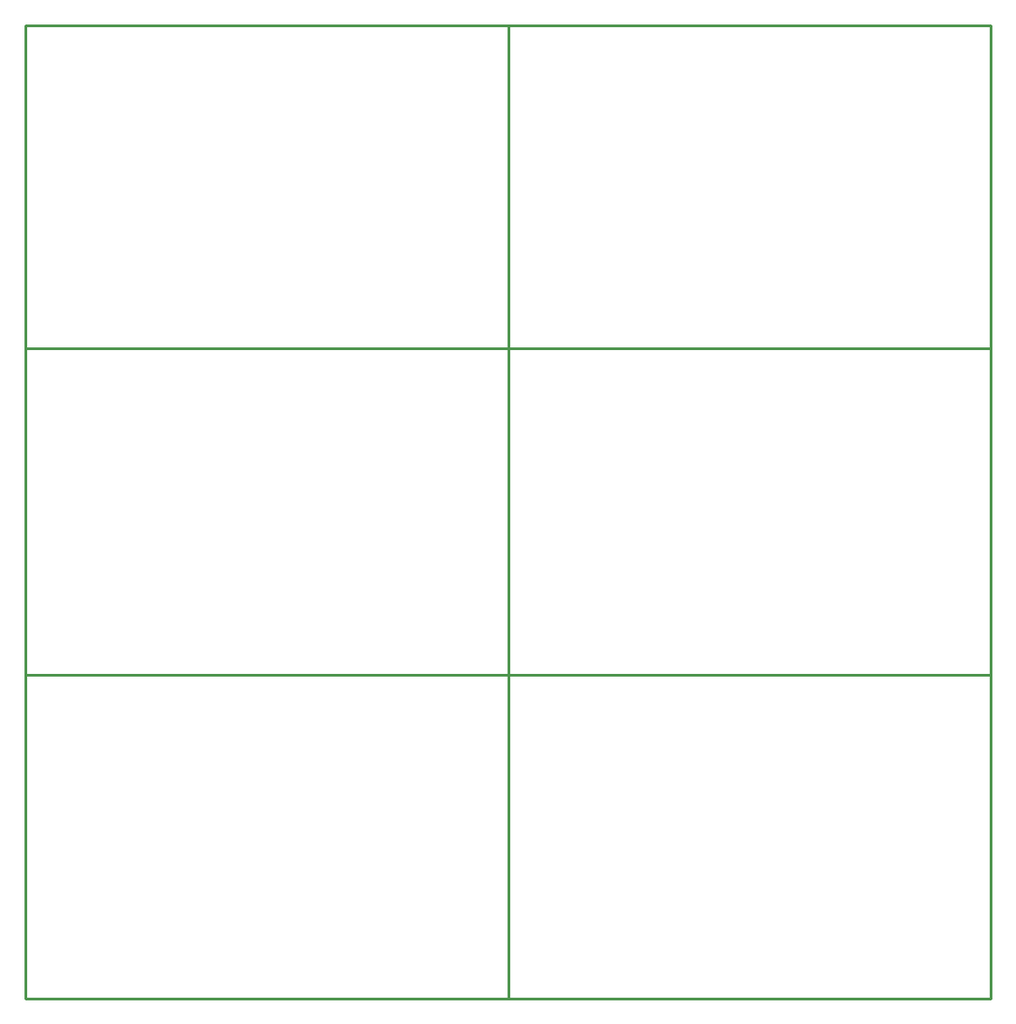
<source format=gko>
G04 Layer: BoardOutline*
G04 EasyEDA v6.2.46, 2019-12-24T13:35:47+01:00*
G04 9af07930541e41a2aa19a6838659558f,f7dd187871414131b8e6a9aac608ee48,10*
G04 Gerber Generator version 0.2*
G04 Scale: 100 percent, Rotated: No, Reflected: No *
G04 Dimensions in millimeters *
G04 leading zeros omitted , absolute positions ,3 integer and 3 decimal *
%FSLAX33Y33*%
%MOMM*%
G90*
G71D02*

%ADD10C,0.254000*%
G54D10*
G01X0Y98933D02*
G01X45085Y98933D01*
G01X45085Y8128D01*
G01X0Y8128D01*
G01X0Y98933D01*
G01X0Y68798D02*
G01X45085Y68798D01*
G01X0Y38295D02*
G01X45085Y38295D01*
G01X45085Y98933D02*
G01X90170Y98933D01*
G01X90170Y8128D01*
G01X45085Y8128D01*
G01X45085Y98933D01*
G01X45085Y68798D02*
G01X90170Y68798D01*
G01X45085Y38295D02*
G01X90170Y38295D01*
G01X0Y98933D02*
G01X90170Y98933D01*
G01X90170Y8128D01*
G01X0Y8128D01*
G01X0Y98933D01*
G01X45085Y98933D02*
G01X45085Y8128D01*
G01X45085Y98933D02*
G01X45085Y8128D01*

%LPD*%
M00*
M02*

</source>
